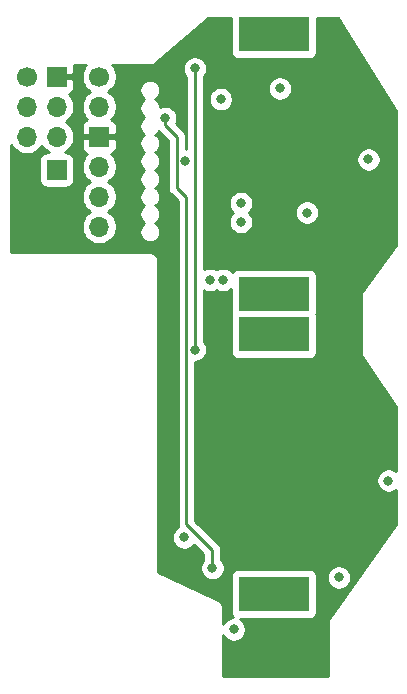
<source format=gbr>
G04 #@! TF.GenerationSoftware,KiCad,Pcbnew,(5.1.6)-1*
G04 #@! TF.CreationDate,2020-06-16T20:45:44-04:00*
G04 #@! TF.ProjectId,SRF Pendants,53524620-5065-46e6-9461-6e74732e6b69,rev?*
G04 #@! TF.SameCoordinates,Original*
G04 #@! TF.FileFunction,Copper,L3,Inr*
G04 #@! TF.FilePolarity,Positive*
%FSLAX46Y46*%
G04 Gerber Fmt 4.6, Leading zero omitted, Abs format (unit mm)*
G04 Created by KiCad (PCBNEW (5.1.6)-1) date 2020-06-16 20:45:44*
%MOMM*%
%LPD*%
G01*
G04 APERTURE LIST*
G04 #@! TA.AperFunction,ViaPad*
%ADD10R,6.000000X3.000000*%
G04 #@! TD*
G04 #@! TA.AperFunction,ViaPad*
%ADD11R,1.700000X1.700000*%
G04 #@! TD*
G04 #@! TA.AperFunction,ViaPad*
%ADD12C,1.700000*%
G04 #@! TD*
G04 #@! TA.AperFunction,ViaPad*
%ADD13O,1.700000X1.700000*%
G04 #@! TD*
G04 #@! TA.AperFunction,ViaPad*
%ADD14C,0.800000*%
G04 #@! TD*
G04 #@! TA.AperFunction,Conductor*
%ADD15C,0.250000*%
G04 #@! TD*
G04 #@! TA.AperFunction,Conductor*
%ADD16C,0.254000*%
G04 #@! TD*
G04 APERTURE END LIST*
D10*
X89500000Y-94500000D03*
X89500000Y-116500000D03*
X89500000Y-119900000D03*
X89500000Y-141900000D03*
D11*
X71100000Y-106000000D03*
D12*
X68580000Y-98100000D03*
D11*
X71120000Y-98100000D03*
D13*
X68580000Y-100640000D03*
X71120000Y-100640000D03*
X68580000Y-103180000D03*
X71120000Y-103180000D03*
D12*
X74700000Y-98100000D03*
D13*
X74700000Y-100640000D03*
D11*
X74700000Y-103180000D03*
D13*
X74700000Y-105720000D03*
X74700000Y-108260000D03*
X74700000Y-110800000D03*
D14*
X80700000Y-118100000D03*
X97500000Y-105100000D03*
X82000000Y-105250000D03*
X85000000Y-100000000D03*
X90000000Y-99100000D03*
X86700000Y-108800000D03*
X86700000Y-110400000D03*
X92300000Y-109600000D03*
X81900000Y-137100000D03*
X95000000Y-140500000D03*
X99200000Y-132300000D03*
X83000000Y-139700000D03*
X81000000Y-121200000D03*
X80300000Y-108700000D03*
X99200000Y-133700000D03*
X95000000Y-121000000D03*
X80300000Y-103800000D03*
X97800000Y-99700000D03*
X84100000Y-118100000D03*
X86100000Y-144900000D03*
X84300000Y-139700000D03*
X80300000Y-101600000D03*
X82800000Y-97400000D03*
X82800000Y-121200000D03*
X85200000Y-115300000D03*
X84100000Y-115300000D03*
D15*
X80300000Y-102200000D02*
X80300000Y-101600000D01*
X81274999Y-103174999D02*
X80300000Y-102200000D01*
X82100000Y-108326998D02*
X81274999Y-107501997D01*
X81274999Y-107501997D02*
X81274999Y-103174999D01*
X82100000Y-133200000D02*
X82100000Y-133100000D01*
X82100000Y-133100000D02*
X82100000Y-108326998D01*
X84300000Y-138200000D02*
X84300000Y-139700000D01*
X82100000Y-133100000D02*
X82100000Y-136000000D01*
X82100000Y-136000000D02*
X84300000Y-138200000D01*
X82825001Y-97425001D02*
X82800000Y-97400000D01*
X82800000Y-121200000D02*
X82800000Y-97400000D01*
D16*
G36*
X85861928Y-96000000D02*
G01*
X85874188Y-96124482D01*
X85910498Y-96244180D01*
X85969463Y-96354494D01*
X86048815Y-96451185D01*
X86145506Y-96530537D01*
X86255820Y-96589502D01*
X86375518Y-96625812D01*
X86500000Y-96638072D01*
X92500000Y-96638072D01*
X92624482Y-96625812D01*
X92744180Y-96589502D01*
X92854494Y-96530537D01*
X92951185Y-96451185D01*
X93030537Y-96354494D01*
X93089502Y-96244180D01*
X93125812Y-96124482D01*
X93138072Y-96000000D01*
X93138072Y-93160000D01*
X94950235Y-93160000D01*
X99873000Y-101036424D01*
X99873000Y-112358498D01*
X96897507Y-116425005D01*
X96884846Y-116446442D01*
X96876610Y-116469936D01*
X96873000Y-116500000D01*
X96873000Y-121600000D01*
X96875440Y-121624776D01*
X96882667Y-121648601D01*
X96895069Y-121671544D01*
X99873000Y-126039176D01*
X99873000Y-131509289D01*
X99859774Y-131496063D01*
X99690256Y-131382795D01*
X99501898Y-131304774D01*
X99301939Y-131265000D01*
X99098061Y-131265000D01*
X98898102Y-131304774D01*
X98709744Y-131382795D01*
X98540226Y-131496063D01*
X98396063Y-131640226D01*
X98282795Y-131809744D01*
X98204774Y-131998102D01*
X98165000Y-132198061D01*
X98165000Y-132401939D01*
X98204774Y-132601898D01*
X98282795Y-132790256D01*
X98396063Y-132959774D01*
X98540226Y-133103937D01*
X98709744Y-133217205D01*
X98898102Y-133295226D01*
X99098061Y-133335000D01*
X99301939Y-133335000D01*
X99501898Y-133295226D01*
X99690256Y-133217205D01*
X99859774Y-133103937D01*
X99873000Y-133090711D01*
X99873000Y-135959625D01*
X94096315Y-144126662D01*
X94084000Y-144148299D01*
X94076143Y-144171923D01*
X94073000Y-144200000D01*
X94073000Y-148840000D01*
X85160000Y-148840000D01*
X85160000Y-145335224D01*
X85182795Y-145390256D01*
X85296063Y-145559774D01*
X85440226Y-145703937D01*
X85609744Y-145817205D01*
X85798102Y-145895226D01*
X85998061Y-145935000D01*
X86201939Y-145935000D01*
X86401898Y-145895226D01*
X86590256Y-145817205D01*
X86759774Y-145703937D01*
X86903937Y-145559774D01*
X87017205Y-145390256D01*
X87095226Y-145201898D01*
X87135000Y-145001939D01*
X87135000Y-144798061D01*
X87095226Y-144598102D01*
X87017205Y-144409744D01*
X86903937Y-144240226D01*
X86759774Y-144096063D01*
X86672984Y-144038072D01*
X92500000Y-144038072D01*
X92624482Y-144025812D01*
X92744180Y-143989502D01*
X92854494Y-143930537D01*
X92951185Y-143851185D01*
X93030537Y-143754494D01*
X93089502Y-143644180D01*
X93125812Y-143524482D01*
X93138072Y-143400000D01*
X93138072Y-140400000D01*
X93137882Y-140398061D01*
X93965000Y-140398061D01*
X93965000Y-140601939D01*
X94004774Y-140801898D01*
X94082795Y-140990256D01*
X94196063Y-141159774D01*
X94340226Y-141303937D01*
X94509744Y-141417205D01*
X94698102Y-141495226D01*
X94898061Y-141535000D01*
X95101939Y-141535000D01*
X95301898Y-141495226D01*
X95490256Y-141417205D01*
X95659774Y-141303937D01*
X95803937Y-141159774D01*
X95917205Y-140990256D01*
X95995226Y-140801898D01*
X96035000Y-140601939D01*
X96035000Y-140398061D01*
X95995226Y-140198102D01*
X95917205Y-140009744D01*
X95803937Y-139840226D01*
X95659774Y-139696063D01*
X95490256Y-139582795D01*
X95301898Y-139504774D01*
X95101939Y-139465000D01*
X94898061Y-139465000D01*
X94698102Y-139504774D01*
X94509744Y-139582795D01*
X94340226Y-139696063D01*
X94196063Y-139840226D01*
X94082795Y-140009744D01*
X94004774Y-140198102D01*
X93965000Y-140398061D01*
X93137882Y-140398061D01*
X93125812Y-140275518D01*
X93089502Y-140155820D01*
X93030537Y-140045506D01*
X92951185Y-139948815D01*
X92854494Y-139869463D01*
X92744180Y-139810498D01*
X92624482Y-139774188D01*
X92500000Y-139761928D01*
X86500000Y-139761928D01*
X86375518Y-139774188D01*
X86255820Y-139810498D01*
X86145506Y-139869463D01*
X86048815Y-139948815D01*
X85969463Y-140045506D01*
X85910498Y-140155820D01*
X85874188Y-140275518D01*
X85861928Y-140400000D01*
X85861928Y-143400000D01*
X85874188Y-143524482D01*
X85910498Y-143644180D01*
X85969463Y-143754494D01*
X86048815Y-143851185D01*
X86065649Y-143865000D01*
X85998061Y-143865000D01*
X85798102Y-143904774D01*
X85609744Y-143982795D01*
X85440226Y-144096063D01*
X85296063Y-144240226D01*
X85182795Y-144409744D01*
X85160000Y-144464776D01*
X85160000Y-143043644D01*
X85162810Y-143022496D01*
X85160000Y-142978814D01*
X85160000Y-142967581D01*
X85157917Y-142946428D01*
X85154464Y-142892756D01*
X85151557Y-142881853D01*
X85150450Y-142870617D01*
X85134826Y-142819111D01*
X85127000Y-142789764D01*
X85127000Y-142700000D01*
X85124560Y-142675224D01*
X85117333Y-142651399D01*
X85105597Y-142629443D01*
X85089803Y-142610197D01*
X85070557Y-142594403D01*
X85051011Y-142583695D01*
X84993033Y-142558266D01*
X84984585Y-142547229D01*
X84976109Y-142539777D01*
X84968948Y-142531052D01*
X84927366Y-142496926D01*
X84886944Y-142461391D01*
X84877171Y-142455733D01*
X84868449Y-142448575D01*
X84821016Y-142423222D01*
X84802623Y-142412573D01*
X84792399Y-142407926D01*
X84753792Y-142387290D01*
X84733374Y-142381096D01*
X79660000Y-140075018D01*
X79660000Y-113632418D01*
X79663193Y-113600000D01*
X79650450Y-113470617D01*
X79612710Y-113346207D01*
X79551425Y-113231550D01*
X79526994Y-113201781D01*
X79526999Y-113200470D01*
X79524651Y-113175685D01*
X79517512Y-113151834D01*
X79505857Y-113129834D01*
X79490135Y-113110531D01*
X79470948Y-113094665D01*
X79449035Y-113082848D01*
X79425238Y-113075533D01*
X79400000Y-113073000D01*
X79398212Y-113073000D01*
X79368450Y-113048575D01*
X79253793Y-112987290D01*
X79129383Y-112949550D01*
X79032419Y-112940000D01*
X79000000Y-112936807D01*
X78967581Y-112940000D01*
X67260000Y-112940000D01*
X67260000Y-103873730D01*
X67264010Y-103883411D01*
X67426525Y-104126632D01*
X67633368Y-104333475D01*
X67876589Y-104495990D01*
X68146842Y-104607932D01*
X68433740Y-104665000D01*
X68726260Y-104665000D01*
X69013158Y-104607932D01*
X69283411Y-104495990D01*
X69526632Y-104333475D01*
X69733475Y-104126632D01*
X69850000Y-103952240D01*
X69966525Y-104126632D01*
X70173368Y-104333475D01*
X70416589Y-104495990D01*
X70455067Y-104511928D01*
X70250000Y-104511928D01*
X70125518Y-104524188D01*
X70005820Y-104560498D01*
X69895506Y-104619463D01*
X69798815Y-104698815D01*
X69719463Y-104795506D01*
X69660498Y-104905820D01*
X69624188Y-105025518D01*
X69611928Y-105150000D01*
X69611928Y-106850000D01*
X69624188Y-106974482D01*
X69660498Y-107094180D01*
X69719463Y-107204494D01*
X69798815Y-107301185D01*
X69895506Y-107380537D01*
X70005820Y-107439502D01*
X70125518Y-107475812D01*
X70250000Y-107488072D01*
X71950000Y-107488072D01*
X72074482Y-107475812D01*
X72194180Y-107439502D01*
X72304494Y-107380537D01*
X72401185Y-107301185D01*
X72480537Y-107204494D01*
X72539502Y-107094180D01*
X72575812Y-106974482D01*
X72588072Y-106850000D01*
X72588072Y-105150000D01*
X72575812Y-105025518D01*
X72539502Y-104905820D01*
X72480537Y-104795506D01*
X72401185Y-104698815D01*
X72304494Y-104619463D01*
X72194180Y-104560498D01*
X72074482Y-104524188D01*
X71950000Y-104511928D01*
X71784933Y-104511928D01*
X71823411Y-104495990D01*
X72066632Y-104333475D01*
X72273475Y-104126632D01*
X72338042Y-104030000D01*
X73211928Y-104030000D01*
X73224188Y-104154482D01*
X73260498Y-104274180D01*
X73319463Y-104384494D01*
X73398815Y-104481185D01*
X73495506Y-104560537D01*
X73605820Y-104619502D01*
X73678380Y-104641513D01*
X73546525Y-104773368D01*
X73384010Y-105016589D01*
X73272068Y-105286842D01*
X73215000Y-105573740D01*
X73215000Y-105866260D01*
X73272068Y-106153158D01*
X73384010Y-106423411D01*
X73546525Y-106666632D01*
X73753368Y-106873475D01*
X73927760Y-106990000D01*
X73753368Y-107106525D01*
X73546525Y-107313368D01*
X73384010Y-107556589D01*
X73272068Y-107826842D01*
X73215000Y-108113740D01*
X73215000Y-108406260D01*
X73272068Y-108693158D01*
X73384010Y-108963411D01*
X73546525Y-109206632D01*
X73753368Y-109413475D01*
X73927760Y-109530000D01*
X73753368Y-109646525D01*
X73546525Y-109853368D01*
X73384010Y-110096589D01*
X73272068Y-110366842D01*
X73215000Y-110653740D01*
X73215000Y-110946260D01*
X73272068Y-111233158D01*
X73384010Y-111503411D01*
X73546525Y-111746632D01*
X73753368Y-111953475D01*
X73996589Y-112115990D01*
X74266842Y-112227932D01*
X74553740Y-112285000D01*
X74846260Y-112285000D01*
X75133158Y-112227932D01*
X75403411Y-112115990D01*
X75646632Y-111953475D01*
X75853475Y-111746632D01*
X76015990Y-111503411D01*
X76127932Y-111233158D01*
X76185000Y-110946260D01*
X76185000Y-110653740D01*
X76127932Y-110366842D01*
X76015990Y-110096589D01*
X75853475Y-109853368D01*
X75646632Y-109646525D01*
X75472240Y-109530000D01*
X75646632Y-109413475D01*
X75853475Y-109206632D01*
X76015990Y-108963411D01*
X76127932Y-108693158D01*
X76185000Y-108406260D01*
X76185000Y-108113740D01*
X76127932Y-107826842D01*
X76015990Y-107556589D01*
X75853475Y-107313368D01*
X75646632Y-107106525D01*
X75472240Y-106990000D01*
X75646632Y-106873475D01*
X75853475Y-106666632D01*
X76015990Y-106423411D01*
X76127932Y-106153158D01*
X76185000Y-105866260D01*
X76185000Y-105573740D01*
X76127932Y-105286842D01*
X76015990Y-105016589D01*
X75853475Y-104773368D01*
X75721620Y-104641513D01*
X75794180Y-104619502D01*
X75904494Y-104560537D01*
X76001185Y-104481185D01*
X76080537Y-104384494D01*
X76139502Y-104274180D01*
X76175812Y-104154482D01*
X76188072Y-104030000D01*
X76185000Y-103465750D01*
X76026250Y-103307000D01*
X74827000Y-103307000D01*
X74827000Y-103327000D01*
X74573000Y-103327000D01*
X74573000Y-103307000D01*
X73373750Y-103307000D01*
X73215000Y-103465750D01*
X73211928Y-104030000D01*
X72338042Y-104030000D01*
X72435990Y-103883411D01*
X72547932Y-103613158D01*
X72605000Y-103326260D01*
X72605000Y-103033740D01*
X72547932Y-102746842D01*
X72435990Y-102476589D01*
X72273475Y-102233368D01*
X72066632Y-102026525D01*
X71892240Y-101910000D01*
X72066632Y-101793475D01*
X72273475Y-101586632D01*
X72435990Y-101343411D01*
X72547932Y-101073158D01*
X72605000Y-100786260D01*
X72605000Y-100493740D01*
X72547932Y-100206842D01*
X72435990Y-99936589D01*
X72273475Y-99693368D01*
X72141620Y-99561513D01*
X72214180Y-99539502D01*
X72324494Y-99480537D01*
X72421185Y-99401185D01*
X72500537Y-99304494D01*
X72559502Y-99194180D01*
X72595812Y-99074482D01*
X72608072Y-98950000D01*
X72605000Y-98385750D01*
X72446250Y-98227000D01*
X71247000Y-98227000D01*
X71247000Y-98247000D01*
X70993000Y-98247000D01*
X70993000Y-98227000D01*
X70973000Y-98227000D01*
X70973000Y-97973000D01*
X70993000Y-97973000D01*
X70993000Y-97953000D01*
X71247000Y-97953000D01*
X71247000Y-97973000D01*
X72446250Y-97973000D01*
X72605000Y-97814250D01*
X72608072Y-97250000D01*
X72595958Y-97127000D01*
X73572893Y-97127000D01*
X73546525Y-97153368D01*
X73384010Y-97396589D01*
X73272068Y-97666842D01*
X73215000Y-97953740D01*
X73215000Y-98246260D01*
X73272068Y-98533158D01*
X73384010Y-98803411D01*
X73546525Y-99046632D01*
X73753368Y-99253475D01*
X73927760Y-99370000D01*
X73753368Y-99486525D01*
X73546525Y-99693368D01*
X73384010Y-99936589D01*
X73272068Y-100206842D01*
X73215000Y-100493740D01*
X73215000Y-100786260D01*
X73272068Y-101073158D01*
X73384010Y-101343411D01*
X73546525Y-101586632D01*
X73678380Y-101718487D01*
X73605820Y-101740498D01*
X73495506Y-101799463D01*
X73398815Y-101878815D01*
X73319463Y-101975506D01*
X73260498Y-102085820D01*
X73224188Y-102205518D01*
X73211928Y-102330000D01*
X73215000Y-102894250D01*
X73373750Y-103053000D01*
X74573000Y-103053000D01*
X74573000Y-103033000D01*
X74827000Y-103033000D01*
X74827000Y-103053000D01*
X76026250Y-103053000D01*
X76185000Y-102894250D01*
X76188072Y-102330000D01*
X76175812Y-102205518D01*
X76139502Y-102085820D01*
X76080537Y-101975506D01*
X76001185Y-101878815D01*
X75904494Y-101799463D01*
X75794180Y-101740498D01*
X75721620Y-101718487D01*
X75853475Y-101586632D01*
X76015990Y-101343411D01*
X76127932Y-101073158D01*
X76185000Y-100786260D01*
X76185000Y-100493740D01*
X76127932Y-100206842D01*
X76015990Y-99936589D01*
X75853475Y-99693368D01*
X75646632Y-99486525D01*
X75472240Y-99370000D01*
X75646632Y-99253475D01*
X75737272Y-99162835D01*
X78115000Y-99162835D01*
X78115000Y-99337165D01*
X78149010Y-99508145D01*
X78215723Y-99669205D01*
X78312576Y-99814155D01*
X78435845Y-99937424D01*
X78529496Y-100000000D01*
X78435845Y-100062576D01*
X78312576Y-100185845D01*
X78215723Y-100330795D01*
X78149010Y-100491855D01*
X78115000Y-100662835D01*
X78115000Y-100837165D01*
X78149010Y-101008145D01*
X78215723Y-101169205D01*
X78312576Y-101314155D01*
X78435845Y-101437424D01*
X78529496Y-101500000D01*
X78435845Y-101562576D01*
X78312576Y-101685845D01*
X78215723Y-101830795D01*
X78149010Y-101991855D01*
X78115000Y-102162835D01*
X78115000Y-102337165D01*
X78149010Y-102508145D01*
X78215723Y-102669205D01*
X78312576Y-102814155D01*
X78435845Y-102937424D01*
X78529496Y-103000000D01*
X78435845Y-103062576D01*
X78312576Y-103185845D01*
X78215723Y-103330795D01*
X78149010Y-103491855D01*
X78115000Y-103662835D01*
X78115000Y-103837165D01*
X78149010Y-104008145D01*
X78215723Y-104169205D01*
X78312576Y-104314155D01*
X78435845Y-104437424D01*
X78529496Y-104500000D01*
X78435845Y-104562576D01*
X78312576Y-104685845D01*
X78215723Y-104830795D01*
X78149010Y-104991855D01*
X78115000Y-105162835D01*
X78115000Y-105337165D01*
X78149010Y-105508145D01*
X78215723Y-105669205D01*
X78312576Y-105814155D01*
X78435845Y-105937424D01*
X78529496Y-106000000D01*
X78435845Y-106062576D01*
X78312576Y-106185845D01*
X78215723Y-106330795D01*
X78149010Y-106491855D01*
X78115000Y-106662835D01*
X78115000Y-106837165D01*
X78149010Y-107008145D01*
X78215723Y-107169205D01*
X78312576Y-107314155D01*
X78435845Y-107437424D01*
X78529496Y-107500000D01*
X78435845Y-107562576D01*
X78312576Y-107685845D01*
X78215723Y-107830795D01*
X78149010Y-107991855D01*
X78115000Y-108162835D01*
X78115000Y-108337165D01*
X78149010Y-108508145D01*
X78215723Y-108669205D01*
X78312576Y-108814155D01*
X78435845Y-108937424D01*
X78529496Y-109000000D01*
X78435845Y-109062576D01*
X78312576Y-109185845D01*
X78215723Y-109330795D01*
X78149010Y-109491855D01*
X78115000Y-109662835D01*
X78115000Y-109837165D01*
X78149010Y-110008145D01*
X78215723Y-110169205D01*
X78312576Y-110314155D01*
X78435845Y-110437424D01*
X78529496Y-110500000D01*
X78435845Y-110562576D01*
X78312576Y-110685845D01*
X78215723Y-110830795D01*
X78149010Y-110991855D01*
X78115000Y-111162835D01*
X78115000Y-111337165D01*
X78149010Y-111508145D01*
X78215723Y-111669205D01*
X78312576Y-111814155D01*
X78435845Y-111937424D01*
X78580795Y-112034277D01*
X78741855Y-112100990D01*
X78912835Y-112135000D01*
X79087165Y-112135000D01*
X79258145Y-112100990D01*
X79419205Y-112034277D01*
X79564155Y-111937424D01*
X79687424Y-111814155D01*
X79784277Y-111669205D01*
X79850990Y-111508145D01*
X79885000Y-111337165D01*
X79885000Y-111162835D01*
X79850990Y-110991855D01*
X79784277Y-110830795D01*
X79687424Y-110685845D01*
X79564155Y-110562576D01*
X79470504Y-110500000D01*
X79564155Y-110437424D01*
X79687424Y-110314155D01*
X79784277Y-110169205D01*
X79850990Y-110008145D01*
X79885000Y-109837165D01*
X79885000Y-109662835D01*
X79850990Y-109491855D01*
X79784277Y-109330795D01*
X79687424Y-109185845D01*
X79564155Y-109062576D01*
X79470504Y-109000000D01*
X79564155Y-108937424D01*
X79687424Y-108814155D01*
X79784277Y-108669205D01*
X79850990Y-108508145D01*
X79885000Y-108337165D01*
X79885000Y-108162835D01*
X79850990Y-107991855D01*
X79784277Y-107830795D01*
X79687424Y-107685845D01*
X79564155Y-107562576D01*
X79470504Y-107500000D01*
X79564155Y-107437424D01*
X79687424Y-107314155D01*
X79784277Y-107169205D01*
X79850990Y-107008145D01*
X79885000Y-106837165D01*
X79885000Y-106662835D01*
X79850990Y-106491855D01*
X79784277Y-106330795D01*
X79687424Y-106185845D01*
X79564155Y-106062576D01*
X79470504Y-106000000D01*
X79564155Y-105937424D01*
X79687424Y-105814155D01*
X79784277Y-105669205D01*
X79850990Y-105508145D01*
X79885000Y-105337165D01*
X79885000Y-105162835D01*
X79850990Y-104991855D01*
X79784277Y-104830795D01*
X79687424Y-104685845D01*
X79564155Y-104562576D01*
X79470504Y-104500000D01*
X79564155Y-104437424D01*
X79687424Y-104314155D01*
X79784277Y-104169205D01*
X79850990Y-104008145D01*
X79885000Y-103837165D01*
X79885000Y-103662835D01*
X79850990Y-103491855D01*
X79784277Y-103330795D01*
X79687424Y-103185845D01*
X79564155Y-103062576D01*
X79470504Y-103000000D01*
X79564155Y-102937424D01*
X79687424Y-102814155D01*
X79747306Y-102724535D01*
X79759999Y-102740001D01*
X79789002Y-102763804D01*
X80515000Y-103489802D01*
X80514999Y-107464674D01*
X80511323Y-107501997D01*
X80514999Y-107539319D01*
X80514999Y-107539329D01*
X80525996Y-107650982D01*
X80567255Y-107786997D01*
X80569453Y-107794243D01*
X80640025Y-107926273D01*
X80679870Y-107974823D01*
X80734998Y-108041998D01*
X80764001Y-108065800D01*
X81340001Y-108641801D01*
X81340000Y-133062667D01*
X81340000Y-133062668D01*
X81340001Y-135962668D01*
X81336324Y-136000000D01*
X81340001Y-136037333D01*
X81346644Y-136104774D01*
X81350998Y-136148985D01*
X81369426Y-136209735D01*
X81240226Y-136296063D01*
X81096063Y-136440226D01*
X80982795Y-136609744D01*
X80904774Y-136798102D01*
X80865000Y-136998061D01*
X80865000Y-137201939D01*
X80904774Y-137401898D01*
X80982795Y-137590256D01*
X81096063Y-137759774D01*
X81240226Y-137903937D01*
X81409744Y-138017205D01*
X81598102Y-138095226D01*
X81798061Y-138135000D01*
X82001939Y-138135000D01*
X82201898Y-138095226D01*
X82390256Y-138017205D01*
X82559774Y-137903937D01*
X82703937Y-137759774D01*
X82736395Y-137711197D01*
X83540000Y-138514802D01*
X83540001Y-138996288D01*
X83496063Y-139040226D01*
X83382795Y-139209744D01*
X83304774Y-139398102D01*
X83265000Y-139598061D01*
X83265000Y-139801939D01*
X83304774Y-140001898D01*
X83382795Y-140190256D01*
X83496063Y-140359774D01*
X83640226Y-140503937D01*
X83809744Y-140617205D01*
X83998102Y-140695226D01*
X84198061Y-140735000D01*
X84401939Y-140735000D01*
X84601898Y-140695226D01*
X84790256Y-140617205D01*
X84959774Y-140503937D01*
X85103937Y-140359774D01*
X85217205Y-140190256D01*
X85295226Y-140001898D01*
X85335000Y-139801939D01*
X85335000Y-139598061D01*
X85295226Y-139398102D01*
X85217205Y-139209744D01*
X85103937Y-139040226D01*
X85060000Y-138996289D01*
X85060000Y-138237323D01*
X85063676Y-138200000D01*
X85060000Y-138162677D01*
X85060000Y-138162667D01*
X85049003Y-138051014D01*
X85005546Y-137907753D01*
X84934974Y-137775724D01*
X84840001Y-137659999D01*
X84811004Y-137636202D01*
X82860000Y-135685199D01*
X82860000Y-122235000D01*
X82901939Y-122235000D01*
X83101898Y-122195226D01*
X83290256Y-122117205D01*
X83459774Y-122003937D01*
X83603937Y-121859774D01*
X83717205Y-121690256D01*
X83795226Y-121501898D01*
X83835000Y-121301939D01*
X83835000Y-121098061D01*
X83795226Y-120898102D01*
X83717205Y-120709744D01*
X83603937Y-120540226D01*
X83560000Y-120496289D01*
X83560000Y-116183967D01*
X83609744Y-116217205D01*
X83798102Y-116295226D01*
X83998061Y-116335000D01*
X84201939Y-116335000D01*
X84401898Y-116295226D01*
X84590256Y-116217205D01*
X84650000Y-116177285D01*
X84709744Y-116217205D01*
X84898102Y-116295226D01*
X85098061Y-116335000D01*
X85301939Y-116335000D01*
X85501898Y-116295226D01*
X85690256Y-116217205D01*
X85859774Y-116103937D01*
X85861928Y-116101783D01*
X85861928Y-118000000D01*
X85874188Y-118124482D01*
X85897096Y-118200000D01*
X85874188Y-118275518D01*
X85861928Y-118400000D01*
X85861928Y-121400000D01*
X85874188Y-121524482D01*
X85910498Y-121644180D01*
X85969463Y-121754494D01*
X86048815Y-121851185D01*
X86145506Y-121930537D01*
X86255820Y-121989502D01*
X86375518Y-122025812D01*
X86500000Y-122038072D01*
X92500000Y-122038072D01*
X92624482Y-122025812D01*
X92744180Y-121989502D01*
X92854494Y-121930537D01*
X92951185Y-121851185D01*
X93030537Y-121754494D01*
X93089502Y-121644180D01*
X93125812Y-121524482D01*
X93138072Y-121400000D01*
X93138072Y-118400000D01*
X93125812Y-118275518D01*
X93102904Y-118200000D01*
X93125812Y-118124482D01*
X93138072Y-118000000D01*
X93138072Y-115000000D01*
X93125812Y-114875518D01*
X93089502Y-114755820D01*
X93030537Y-114645506D01*
X92951185Y-114548815D01*
X92854494Y-114469463D01*
X92744180Y-114410498D01*
X92624482Y-114374188D01*
X92500000Y-114361928D01*
X86500000Y-114361928D01*
X86375518Y-114374188D01*
X86255820Y-114410498D01*
X86145506Y-114469463D01*
X86048815Y-114548815D01*
X85987382Y-114623671D01*
X85859774Y-114496063D01*
X85690256Y-114382795D01*
X85501898Y-114304774D01*
X85301939Y-114265000D01*
X85098061Y-114265000D01*
X84898102Y-114304774D01*
X84709744Y-114382795D01*
X84650000Y-114422715D01*
X84590256Y-114382795D01*
X84401898Y-114304774D01*
X84201939Y-114265000D01*
X83998061Y-114265000D01*
X83798102Y-114304774D01*
X83609744Y-114382795D01*
X83560000Y-114416033D01*
X83560000Y-108698061D01*
X85665000Y-108698061D01*
X85665000Y-108901939D01*
X85704774Y-109101898D01*
X85782795Y-109290256D01*
X85896063Y-109459774D01*
X86036289Y-109600000D01*
X85896063Y-109740226D01*
X85782795Y-109909744D01*
X85704774Y-110098102D01*
X85665000Y-110298061D01*
X85665000Y-110501939D01*
X85704774Y-110701898D01*
X85782795Y-110890256D01*
X85896063Y-111059774D01*
X86040226Y-111203937D01*
X86209744Y-111317205D01*
X86398102Y-111395226D01*
X86598061Y-111435000D01*
X86801939Y-111435000D01*
X87001898Y-111395226D01*
X87190256Y-111317205D01*
X87359774Y-111203937D01*
X87503937Y-111059774D01*
X87617205Y-110890256D01*
X87695226Y-110701898D01*
X87735000Y-110501939D01*
X87735000Y-110298061D01*
X87695226Y-110098102D01*
X87617205Y-109909744D01*
X87503937Y-109740226D01*
X87363711Y-109600000D01*
X87465650Y-109498061D01*
X91265000Y-109498061D01*
X91265000Y-109701939D01*
X91304774Y-109901898D01*
X91382795Y-110090256D01*
X91496063Y-110259774D01*
X91640226Y-110403937D01*
X91809744Y-110517205D01*
X91998102Y-110595226D01*
X92198061Y-110635000D01*
X92401939Y-110635000D01*
X92601898Y-110595226D01*
X92790256Y-110517205D01*
X92959774Y-110403937D01*
X93103937Y-110259774D01*
X93217205Y-110090256D01*
X93295226Y-109901898D01*
X93335000Y-109701939D01*
X93335000Y-109498061D01*
X93295226Y-109298102D01*
X93217205Y-109109744D01*
X93103937Y-108940226D01*
X92959774Y-108796063D01*
X92790256Y-108682795D01*
X92601898Y-108604774D01*
X92401939Y-108565000D01*
X92198061Y-108565000D01*
X91998102Y-108604774D01*
X91809744Y-108682795D01*
X91640226Y-108796063D01*
X91496063Y-108940226D01*
X91382795Y-109109744D01*
X91304774Y-109298102D01*
X91265000Y-109498061D01*
X87465650Y-109498061D01*
X87503937Y-109459774D01*
X87617205Y-109290256D01*
X87695226Y-109101898D01*
X87735000Y-108901939D01*
X87735000Y-108698061D01*
X87695226Y-108498102D01*
X87617205Y-108309744D01*
X87503937Y-108140226D01*
X87359774Y-107996063D01*
X87190256Y-107882795D01*
X87001898Y-107804774D01*
X86801939Y-107765000D01*
X86598061Y-107765000D01*
X86398102Y-107804774D01*
X86209744Y-107882795D01*
X86040226Y-107996063D01*
X85896063Y-108140226D01*
X85782795Y-108309744D01*
X85704774Y-108498102D01*
X85665000Y-108698061D01*
X83560000Y-108698061D01*
X83560000Y-104998061D01*
X96465000Y-104998061D01*
X96465000Y-105201939D01*
X96504774Y-105401898D01*
X96582795Y-105590256D01*
X96696063Y-105759774D01*
X96840226Y-105903937D01*
X97009744Y-106017205D01*
X97198102Y-106095226D01*
X97398061Y-106135000D01*
X97601939Y-106135000D01*
X97801898Y-106095226D01*
X97990256Y-106017205D01*
X98159774Y-105903937D01*
X98303937Y-105759774D01*
X98417205Y-105590256D01*
X98495226Y-105401898D01*
X98535000Y-105201939D01*
X98535000Y-104998061D01*
X98495226Y-104798102D01*
X98417205Y-104609744D01*
X98303937Y-104440226D01*
X98159774Y-104296063D01*
X97990256Y-104182795D01*
X97801898Y-104104774D01*
X97601939Y-104065000D01*
X97398061Y-104065000D01*
X97198102Y-104104774D01*
X97009744Y-104182795D01*
X96840226Y-104296063D01*
X96696063Y-104440226D01*
X96582795Y-104609744D01*
X96504774Y-104798102D01*
X96465000Y-104998061D01*
X83560000Y-104998061D01*
X83560000Y-99898061D01*
X83965000Y-99898061D01*
X83965000Y-100101939D01*
X84004774Y-100301898D01*
X84082795Y-100490256D01*
X84196063Y-100659774D01*
X84340226Y-100803937D01*
X84509744Y-100917205D01*
X84698102Y-100995226D01*
X84898061Y-101035000D01*
X85101939Y-101035000D01*
X85301898Y-100995226D01*
X85490256Y-100917205D01*
X85659774Y-100803937D01*
X85803937Y-100659774D01*
X85917205Y-100490256D01*
X85995226Y-100301898D01*
X86035000Y-100101939D01*
X86035000Y-99898061D01*
X85995226Y-99698102D01*
X85917205Y-99509744D01*
X85803937Y-99340226D01*
X85659774Y-99196063D01*
X85490256Y-99082795D01*
X85301898Y-99004774D01*
X85268150Y-98998061D01*
X88965000Y-98998061D01*
X88965000Y-99201939D01*
X89004774Y-99401898D01*
X89082795Y-99590256D01*
X89196063Y-99759774D01*
X89340226Y-99903937D01*
X89509744Y-100017205D01*
X89698102Y-100095226D01*
X89898061Y-100135000D01*
X90101939Y-100135000D01*
X90301898Y-100095226D01*
X90490256Y-100017205D01*
X90659774Y-99903937D01*
X90803937Y-99759774D01*
X90917205Y-99590256D01*
X90995226Y-99401898D01*
X91035000Y-99201939D01*
X91035000Y-98998061D01*
X90995226Y-98798102D01*
X90917205Y-98609744D01*
X90803937Y-98440226D01*
X90659774Y-98296063D01*
X90490256Y-98182795D01*
X90301898Y-98104774D01*
X90101939Y-98065000D01*
X89898061Y-98065000D01*
X89698102Y-98104774D01*
X89509744Y-98182795D01*
X89340226Y-98296063D01*
X89196063Y-98440226D01*
X89082795Y-98609744D01*
X89004774Y-98798102D01*
X88965000Y-98998061D01*
X85268150Y-98998061D01*
X85101939Y-98965000D01*
X84898061Y-98965000D01*
X84698102Y-99004774D01*
X84509744Y-99082795D01*
X84340226Y-99196063D01*
X84196063Y-99340226D01*
X84082795Y-99509744D01*
X84004774Y-99698102D01*
X83965000Y-99898061D01*
X83560000Y-99898061D01*
X83560000Y-98103711D01*
X83603937Y-98059774D01*
X83717205Y-97890256D01*
X83795226Y-97701898D01*
X83835000Y-97501939D01*
X83835000Y-97298061D01*
X83795226Y-97098102D01*
X83717205Y-96909744D01*
X83603937Y-96740226D01*
X83459774Y-96596063D01*
X83290256Y-96482795D01*
X83101898Y-96404774D01*
X82901939Y-96365000D01*
X82698061Y-96365000D01*
X82498102Y-96404774D01*
X82309744Y-96482795D01*
X82140226Y-96596063D01*
X81996063Y-96740226D01*
X81882795Y-96909744D01*
X81804774Y-97098102D01*
X81765000Y-97298061D01*
X81765000Y-97501939D01*
X81804774Y-97701898D01*
X81882795Y-97890256D01*
X81996063Y-98059774D01*
X82040001Y-98103712D01*
X82040001Y-104215000D01*
X82034999Y-104215000D01*
X82034999Y-103212322D01*
X82038675Y-103174999D01*
X82034999Y-103137676D01*
X82034999Y-103137666D01*
X82024002Y-103026013D01*
X81980545Y-102882752D01*
X81909973Y-102750723D01*
X81815000Y-102634998D01*
X81786002Y-102611200D01*
X81231221Y-102056419D01*
X81295226Y-101901898D01*
X81335000Y-101701939D01*
X81335000Y-101498061D01*
X81295226Y-101298102D01*
X81217205Y-101109744D01*
X81103937Y-100940226D01*
X80959774Y-100796063D01*
X80790256Y-100682795D01*
X80601898Y-100604774D01*
X80401939Y-100565000D01*
X80198061Y-100565000D01*
X79998102Y-100604774D01*
X79882940Y-100652476D01*
X79850990Y-100491855D01*
X79784277Y-100330795D01*
X79687424Y-100185845D01*
X79564155Y-100062576D01*
X79470504Y-100000000D01*
X79564155Y-99937424D01*
X79687424Y-99814155D01*
X79784277Y-99669205D01*
X79850990Y-99508145D01*
X79885000Y-99337165D01*
X79885000Y-99162835D01*
X79850990Y-98991855D01*
X79784277Y-98830795D01*
X79687424Y-98685845D01*
X79564155Y-98562576D01*
X79419205Y-98465723D01*
X79258145Y-98399010D01*
X79087165Y-98365000D01*
X78912835Y-98365000D01*
X78741855Y-98399010D01*
X78580795Y-98465723D01*
X78435845Y-98562576D01*
X78312576Y-98685845D01*
X78215723Y-98830795D01*
X78149010Y-98991855D01*
X78115000Y-99162835D01*
X75737272Y-99162835D01*
X75853475Y-99046632D01*
X76015990Y-98803411D01*
X76127932Y-98533158D01*
X76185000Y-98246260D01*
X76185000Y-97953740D01*
X76127932Y-97666842D01*
X76015990Y-97396589D01*
X75853475Y-97153368D01*
X75827107Y-97127000D01*
X79200000Y-97127000D01*
X79224776Y-97124560D01*
X79248601Y-97117333D01*
X79270557Y-97105597D01*
X79282311Y-97096716D01*
X82729428Y-94162999D01*
X83938171Y-93160000D01*
X85861928Y-93160000D01*
X85861928Y-96000000D01*
G37*
X85861928Y-96000000D02*
X85874188Y-96124482D01*
X85910498Y-96244180D01*
X85969463Y-96354494D01*
X86048815Y-96451185D01*
X86145506Y-96530537D01*
X86255820Y-96589502D01*
X86375518Y-96625812D01*
X86500000Y-96638072D01*
X92500000Y-96638072D01*
X92624482Y-96625812D01*
X92744180Y-96589502D01*
X92854494Y-96530537D01*
X92951185Y-96451185D01*
X93030537Y-96354494D01*
X93089502Y-96244180D01*
X93125812Y-96124482D01*
X93138072Y-96000000D01*
X93138072Y-93160000D01*
X94950235Y-93160000D01*
X99873000Y-101036424D01*
X99873000Y-112358498D01*
X96897507Y-116425005D01*
X96884846Y-116446442D01*
X96876610Y-116469936D01*
X96873000Y-116500000D01*
X96873000Y-121600000D01*
X96875440Y-121624776D01*
X96882667Y-121648601D01*
X96895069Y-121671544D01*
X99873000Y-126039176D01*
X99873000Y-131509289D01*
X99859774Y-131496063D01*
X99690256Y-131382795D01*
X99501898Y-131304774D01*
X99301939Y-131265000D01*
X99098061Y-131265000D01*
X98898102Y-131304774D01*
X98709744Y-131382795D01*
X98540226Y-131496063D01*
X98396063Y-131640226D01*
X98282795Y-131809744D01*
X98204774Y-131998102D01*
X98165000Y-132198061D01*
X98165000Y-132401939D01*
X98204774Y-132601898D01*
X98282795Y-132790256D01*
X98396063Y-132959774D01*
X98540226Y-133103937D01*
X98709744Y-133217205D01*
X98898102Y-133295226D01*
X99098061Y-133335000D01*
X99301939Y-133335000D01*
X99501898Y-133295226D01*
X99690256Y-133217205D01*
X99859774Y-133103937D01*
X99873000Y-133090711D01*
X99873000Y-135959625D01*
X94096315Y-144126662D01*
X94084000Y-144148299D01*
X94076143Y-144171923D01*
X94073000Y-144200000D01*
X94073000Y-148840000D01*
X85160000Y-148840000D01*
X85160000Y-145335224D01*
X85182795Y-145390256D01*
X85296063Y-145559774D01*
X85440226Y-145703937D01*
X85609744Y-145817205D01*
X85798102Y-145895226D01*
X85998061Y-145935000D01*
X86201939Y-145935000D01*
X86401898Y-145895226D01*
X86590256Y-145817205D01*
X86759774Y-145703937D01*
X86903937Y-145559774D01*
X87017205Y-145390256D01*
X87095226Y-145201898D01*
X87135000Y-145001939D01*
X87135000Y-144798061D01*
X87095226Y-144598102D01*
X87017205Y-144409744D01*
X86903937Y-144240226D01*
X86759774Y-144096063D01*
X86672984Y-144038072D01*
X92500000Y-144038072D01*
X92624482Y-144025812D01*
X92744180Y-143989502D01*
X92854494Y-143930537D01*
X92951185Y-143851185D01*
X93030537Y-143754494D01*
X93089502Y-143644180D01*
X93125812Y-143524482D01*
X93138072Y-143400000D01*
X93138072Y-140400000D01*
X93137882Y-140398061D01*
X93965000Y-140398061D01*
X93965000Y-140601939D01*
X94004774Y-140801898D01*
X94082795Y-140990256D01*
X94196063Y-141159774D01*
X94340226Y-141303937D01*
X94509744Y-141417205D01*
X94698102Y-141495226D01*
X94898061Y-141535000D01*
X95101939Y-141535000D01*
X95301898Y-141495226D01*
X95490256Y-141417205D01*
X95659774Y-141303937D01*
X95803937Y-141159774D01*
X95917205Y-140990256D01*
X95995226Y-140801898D01*
X96035000Y-140601939D01*
X96035000Y-140398061D01*
X95995226Y-140198102D01*
X95917205Y-140009744D01*
X95803937Y-139840226D01*
X95659774Y-139696063D01*
X95490256Y-139582795D01*
X95301898Y-139504774D01*
X95101939Y-139465000D01*
X94898061Y-139465000D01*
X94698102Y-139504774D01*
X94509744Y-139582795D01*
X94340226Y-139696063D01*
X94196063Y-139840226D01*
X94082795Y-140009744D01*
X94004774Y-140198102D01*
X93965000Y-140398061D01*
X93137882Y-140398061D01*
X93125812Y-140275518D01*
X93089502Y-140155820D01*
X93030537Y-140045506D01*
X92951185Y-139948815D01*
X92854494Y-139869463D01*
X92744180Y-139810498D01*
X92624482Y-139774188D01*
X92500000Y-139761928D01*
X86500000Y-139761928D01*
X86375518Y-139774188D01*
X86255820Y-139810498D01*
X86145506Y-139869463D01*
X86048815Y-139948815D01*
X85969463Y-140045506D01*
X85910498Y-140155820D01*
X85874188Y-140275518D01*
X85861928Y-140400000D01*
X85861928Y-143400000D01*
X85874188Y-143524482D01*
X85910498Y-143644180D01*
X85969463Y-143754494D01*
X86048815Y-143851185D01*
X86065649Y-143865000D01*
X85998061Y-143865000D01*
X85798102Y-143904774D01*
X85609744Y-143982795D01*
X85440226Y-144096063D01*
X85296063Y-144240226D01*
X85182795Y-144409744D01*
X85160000Y-144464776D01*
X85160000Y-143043644D01*
X85162810Y-143022496D01*
X85160000Y-142978814D01*
X85160000Y-142967581D01*
X85157917Y-142946428D01*
X85154464Y-142892756D01*
X85151557Y-142881853D01*
X85150450Y-142870617D01*
X85134826Y-142819111D01*
X85127000Y-142789764D01*
X85127000Y-142700000D01*
X85124560Y-142675224D01*
X85117333Y-142651399D01*
X85105597Y-142629443D01*
X85089803Y-142610197D01*
X85070557Y-142594403D01*
X85051011Y-142583695D01*
X84993033Y-142558266D01*
X84984585Y-142547229D01*
X84976109Y-142539777D01*
X84968948Y-142531052D01*
X84927366Y-142496926D01*
X84886944Y-142461391D01*
X84877171Y-142455733D01*
X84868449Y-142448575D01*
X84821016Y-142423222D01*
X84802623Y-142412573D01*
X84792399Y-142407926D01*
X84753792Y-142387290D01*
X84733374Y-142381096D01*
X79660000Y-140075018D01*
X79660000Y-113632418D01*
X79663193Y-113600000D01*
X79650450Y-113470617D01*
X79612710Y-113346207D01*
X79551425Y-113231550D01*
X79526994Y-113201781D01*
X79526999Y-113200470D01*
X79524651Y-113175685D01*
X79517512Y-113151834D01*
X79505857Y-113129834D01*
X79490135Y-113110531D01*
X79470948Y-113094665D01*
X79449035Y-113082848D01*
X79425238Y-113075533D01*
X79400000Y-113073000D01*
X79398212Y-113073000D01*
X79368450Y-113048575D01*
X79253793Y-112987290D01*
X79129383Y-112949550D01*
X79032419Y-112940000D01*
X79000000Y-112936807D01*
X78967581Y-112940000D01*
X67260000Y-112940000D01*
X67260000Y-103873730D01*
X67264010Y-103883411D01*
X67426525Y-104126632D01*
X67633368Y-104333475D01*
X67876589Y-104495990D01*
X68146842Y-104607932D01*
X68433740Y-104665000D01*
X68726260Y-104665000D01*
X69013158Y-104607932D01*
X69283411Y-104495990D01*
X69526632Y-104333475D01*
X69733475Y-104126632D01*
X69850000Y-103952240D01*
X69966525Y-104126632D01*
X70173368Y-104333475D01*
X70416589Y-104495990D01*
X70455067Y-104511928D01*
X70250000Y-104511928D01*
X70125518Y-104524188D01*
X70005820Y-104560498D01*
X69895506Y-104619463D01*
X69798815Y-104698815D01*
X69719463Y-104795506D01*
X69660498Y-104905820D01*
X69624188Y-105025518D01*
X69611928Y-105150000D01*
X69611928Y-106850000D01*
X69624188Y-106974482D01*
X69660498Y-107094180D01*
X69719463Y-107204494D01*
X69798815Y-107301185D01*
X69895506Y-107380537D01*
X70005820Y-107439502D01*
X70125518Y-107475812D01*
X70250000Y-107488072D01*
X71950000Y-107488072D01*
X72074482Y-107475812D01*
X72194180Y-107439502D01*
X72304494Y-107380537D01*
X72401185Y-107301185D01*
X72480537Y-107204494D01*
X72539502Y-107094180D01*
X72575812Y-106974482D01*
X72588072Y-106850000D01*
X72588072Y-105150000D01*
X72575812Y-105025518D01*
X72539502Y-104905820D01*
X72480537Y-104795506D01*
X72401185Y-104698815D01*
X72304494Y-104619463D01*
X72194180Y-104560498D01*
X72074482Y-104524188D01*
X71950000Y-104511928D01*
X71784933Y-104511928D01*
X71823411Y-104495990D01*
X72066632Y-104333475D01*
X72273475Y-104126632D01*
X72338042Y-104030000D01*
X73211928Y-104030000D01*
X73224188Y-104154482D01*
X73260498Y-104274180D01*
X73319463Y-104384494D01*
X73398815Y-104481185D01*
X73495506Y-104560537D01*
X73605820Y-104619502D01*
X73678380Y-104641513D01*
X73546525Y-104773368D01*
X73384010Y-105016589D01*
X73272068Y-105286842D01*
X73215000Y-105573740D01*
X73215000Y-105866260D01*
X73272068Y-106153158D01*
X73384010Y-106423411D01*
X73546525Y-106666632D01*
X73753368Y-106873475D01*
X73927760Y-106990000D01*
X73753368Y-107106525D01*
X73546525Y-107313368D01*
X73384010Y-107556589D01*
X73272068Y-107826842D01*
X73215000Y-108113740D01*
X73215000Y-108406260D01*
X73272068Y-108693158D01*
X73384010Y-108963411D01*
X73546525Y-109206632D01*
X73753368Y-109413475D01*
X73927760Y-109530000D01*
X73753368Y-109646525D01*
X73546525Y-109853368D01*
X73384010Y-110096589D01*
X73272068Y-110366842D01*
X73215000Y-110653740D01*
X73215000Y-110946260D01*
X73272068Y-111233158D01*
X73384010Y-111503411D01*
X73546525Y-111746632D01*
X73753368Y-111953475D01*
X73996589Y-112115990D01*
X74266842Y-112227932D01*
X74553740Y-112285000D01*
X74846260Y-112285000D01*
X75133158Y-112227932D01*
X75403411Y-112115990D01*
X75646632Y-111953475D01*
X75853475Y-111746632D01*
X76015990Y-111503411D01*
X76127932Y-111233158D01*
X76185000Y-110946260D01*
X76185000Y-110653740D01*
X76127932Y-110366842D01*
X76015990Y-110096589D01*
X75853475Y-109853368D01*
X75646632Y-109646525D01*
X75472240Y-109530000D01*
X75646632Y-109413475D01*
X75853475Y-109206632D01*
X76015990Y-108963411D01*
X76127932Y-108693158D01*
X76185000Y-108406260D01*
X76185000Y-108113740D01*
X76127932Y-107826842D01*
X76015990Y-107556589D01*
X75853475Y-107313368D01*
X75646632Y-107106525D01*
X75472240Y-106990000D01*
X75646632Y-106873475D01*
X75853475Y-106666632D01*
X76015990Y-106423411D01*
X76127932Y-106153158D01*
X76185000Y-105866260D01*
X76185000Y-105573740D01*
X76127932Y-105286842D01*
X76015990Y-105016589D01*
X75853475Y-104773368D01*
X75721620Y-104641513D01*
X75794180Y-104619502D01*
X75904494Y-104560537D01*
X76001185Y-104481185D01*
X76080537Y-104384494D01*
X76139502Y-104274180D01*
X76175812Y-104154482D01*
X76188072Y-104030000D01*
X76185000Y-103465750D01*
X76026250Y-103307000D01*
X74827000Y-103307000D01*
X74827000Y-103327000D01*
X74573000Y-103327000D01*
X74573000Y-103307000D01*
X73373750Y-103307000D01*
X73215000Y-103465750D01*
X73211928Y-104030000D01*
X72338042Y-104030000D01*
X72435990Y-103883411D01*
X72547932Y-103613158D01*
X72605000Y-103326260D01*
X72605000Y-103033740D01*
X72547932Y-102746842D01*
X72435990Y-102476589D01*
X72273475Y-102233368D01*
X72066632Y-102026525D01*
X71892240Y-101910000D01*
X72066632Y-101793475D01*
X72273475Y-101586632D01*
X72435990Y-101343411D01*
X72547932Y-101073158D01*
X72605000Y-100786260D01*
X72605000Y-100493740D01*
X72547932Y-100206842D01*
X72435990Y-99936589D01*
X72273475Y-99693368D01*
X72141620Y-99561513D01*
X72214180Y-99539502D01*
X72324494Y-99480537D01*
X72421185Y-99401185D01*
X72500537Y-99304494D01*
X72559502Y-99194180D01*
X72595812Y-99074482D01*
X72608072Y-98950000D01*
X72605000Y-98385750D01*
X72446250Y-98227000D01*
X71247000Y-98227000D01*
X71247000Y-98247000D01*
X70993000Y-98247000D01*
X70993000Y-98227000D01*
X70973000Y-98227000D01*
X70973000Y-97973000D01*
X70993000Y-97973000D01*
X70993000Y-97953000D01*
X71247000Y-97953000D01*
X71247000Y-97973000D01*
X72446250Y-97973000D01*
X72605000Y-97814250D01*
X72608072Y-97250000D01*
X72595958Y-97127000D01*
X73572893Y-97127000D01*
X73546525Y-97153368D01*
X73384010Y-97396589D01*
X73272068Y-97666842D01*
X73215000Y-97953740D01*
X73215000Y-98246260D01*
X73272068Y-98533158D01*
X73384010Y-98803411D01*
X73546525Y-99046632D01*
X73753368Y-99253475D01*
X73927760Y-99370000D01*
X73753368Y-99486525D01*
X73546525Y-99693368D01*
X73384010Y-99936589D01*
X73272068Y-100206842D01*
X73215000Y-100493740D01*
X73215000Y-100786260D01*
X73272068Y-101073158D01*
X73384010Y-101343411D01*
X73546525Y-101586632D01*
X73678380Y-101718487D01*
X73605820Y-101740498D01*
X73495506Y-101799463D01*
X73398815Y-101878815D01*
X73319463Y-101975506D01*
X73260498Y-102085820D01*
X73224188Y-102205518D01*
X73211928Y-102330000D01*
X73215000Y-102894250D01*
X73373750Y-103053000D01*
X74573000Y-103053000D01*
X74573000Y-103033000D01*
X74827000Y-103033000D01*
X74827000Y-103053000D01*
X76026250Y-103053000D01*
X76185000Y-102894250D01*
X76188072Y-102330000D01*
X76175812Y-102205518D01*
X76139502Y-102085820D01*
X76080537Y-101975506D01*
X76001185Y-101878815D01*
X75904494Y-101799463D01*
X75794180Y-101740498D01*
X75721620Y-101718487D01*
X75853475Y-101586632D01*
X76015990Y-101343411D01*
X76127932Y-101073158D01*
X76185000Y-100786260D01*
X76185000Y-100493740D01*
X76127932Y-100206842D01*
X76015990Y-99936589D01*
X75853475Y-99693368D01*
X75646632Y-99486525D01*
X75472240Y-99370000D01*
X75646632Y-99253475D01*
X75737272Y-99162835D01*
X78115000Y-99162835D01*
X78115000Y-99337165D01*
X78149010Y-99508145D01*
X78215723Y-99669205D01*
X78312576Y-99814155D01*
X78435845Y-99937424D01*
X78529496Y-100000000D01*
X78435845Y-100062576D01*
X78312576Y-100185845D01*
X78215723Y-100330795D01*
X78149010Y-100491855D01*
X78115000Y-100662835D01*
X78115000Y-100837165D01*
X78149010Y-101008145D01*
X78215723Y-101169205D01*
X78312576Y-101314155D01*
X78435845Y-101437424D01*
X78529496Y-101500000D01*
X78435845Y-101562576D01*
X78312576Y-101685845D01*
X78215723Y-101830795D01*
X78149010Y-101991855D01*
X78115000Y-102162835D01*
X78115000Y-102337165D01*
X78149010Y-102508145D01*
X78215723Y-102669205D01*
X78312576Y-102814155D01*
X78435845Y-102937424D01*
X78529496Y-103000000D01*
X78435845Y-103062576D01*
X78312576Y-103185845D01*
X78215723Y-103330795D01*
X78149010Y-103491855D01*
X78115000Y-103662835D01*
X78115000Y-103837165D01*
X78149010Y-104008145D01*
X78215723Y-104169205D01*
X78312576Y-104314155D01*
X78435845Y-104437424D01*
X78529496Y-104500000D01*
X78435845Y-104562576D01*
X78312576Y-104685845D01*
X78215723Y-104830795D01*
X78149010Y-104991855D01*
X78115000Y-105162835D01*
X78115000Y-105337165D01*
X78149010Y-105508145D01*
X78215723Y-105669205D01*
X78312576Y-105814155D01*
X78435845Y-105937424D01*
X78529496Y-106000000D01*
X78435845Y-106062576D01*
X78312576Y-106185845D01*
X78215723Y-106330795D01*
X78149010Y-106491855D01*
X78115000Y-106662835D01*
X78115000Y-106837165D01*
X78149010Y-107008145D01*
X78215723Y-107169205D01*
X78312576Y-107314155D01*
X78435845Y-107437424D01*
X78529496Y-107500000D01*
X78435845Y-107562576D01*
X78312576Y-107685845D01*
X78215723Y-107830795D01*
X78149010Y-107991855D01*
X78115000Y-108162835D01*
X78115000Y-108337165D01*
X78149010Y-108508145D01*
X78215723Y-108669205D01*
X78312576Y-108814155D01*
X78435845Y-108937424D01*
X78529496Y-109000000D01*
X78435845Y-109062576D01*
X78312576Y-109185845D01*
X78215723Y-109330795D01*
X78149010Y-109491855D01*
X78115000Y-109662835D01*
X78115000Y-109837165D01*
X78149010Y-110008145D01*
X78215723Y-110169205D01*
X78312576Y-110314155D01*
X78435845Y-110437424D01*
X78529496Y-110500000D01*
X78435845Y-110562576D01*
X78312576Y-110685845D01*
X78215723Y-110830795D01*
X78149010Y-110991855D01*
X78115000Y-111162835D01*
X78115000Y-111337165D01*
X78149010Y-111508145D01*
X78215723Y-111669205D01*
X78312576Y-111814155D01*
X78435845Y-111937424D01*
X78580795Y-112034277D01*
X78741855Y-112100990D01*
X78912835Y-112135000D01*
X79087165Y-112135000D01*
X79258145Y-112100990D01*
X79419205Y-112034277D01*
X79564155Y-111937424D01*
X79687424Y-111814155D01*
X79784277Y-111669205D01*
X79850990Y-111508145D01*
X79885000Y-111337165D01*
X79885000Y-111162835D01*
X79850990Y-110991855D01*
X79784277Y-110830795D01*
X79687424Y-110685845D01*
X79564155Y-110562576D01*
X79470504Y-110500000D01*
X79564155Y-110437424D01*
X79687424Y-110314155D01*
X79784277Y-110169205D01*
X79850990Y-110008145D01*
X79885000Y-109837165D01*
X79885000Y-109662835D01*
X79850990Y-109491855D01*
X79784277Y-109330795D01*
X79687424Y-109185845D01*
X79564155Y-109062576D01*
X79470504Y-109000000D01*
X79564155Y-108937424D01*
X79687424Y-108814155D01*
X79784277Y-108669205D01*
X79850990Y-108508145D01*
X79885000Y-108337165D01*
X79885000Y-108162835D01*
X79850990Y-107991855D01*
X79784277Y-107830795D01*
X79687424Y-107685845D01*
X79564155Y-107562576D01*
X79470504Y-107500000D01*
X79564155Y-107437424D01*
X79687424Y-107314155D01*
X79784277Y-107169205D01*
X79850990Y-107008145D01*
X79885000Y-106837165D01*
X79885000Y-106662835D01*
X79850990Y-106491855D01*
X79784277Y-106330795D01*
X79687424Y-106185845D01*
X79564155Y-106062576D01*
X79470504Y-106000000D01*
X79564155Y-105937424D01*
X79687424Y-105814155D01*
X79784277Y-105669205D01*
X79850990Y-105508145D01*
X79885000Y-105337165D01*
X79885000Y-105162835D01*
X79850990Y-104991855D01*
X79784277Y-104830795D01*
X79687424Y-104685845D01*
X79564155Y-104562576D01*
X79470504Y-104500000D01*
X79564155Y-104437424D01*
X79687424Y-104314155D01*
X79784277Y-104169205D01*
X79850990Y-104008145D01*
X79885000Y-103837165D01*
X79885000Y-103662835D01*
X79850990Y-103491855D01*
X79784277Y-103330795D01*
X79687424Y-103185845D01*
X79564155Y-103062576D01*
X79470504Y-103000000D01*
X79564155Y-102937424D01*
X79687424Y-102814155D01*
X79747306Y-102724535D01*
X79759999Y-102740001D01*
X79789002Y-102763804D01*
X80515000Y-103489802D01*
X80514999Y-107464674D01*
X80511323Y-107501997D01*
X80514999Y-107539319D01*
X80514999Y-107539329D01*
X80525996Y-107650982D01*
X80567255Y-107786997D01*
X80569453Y-107794243D01*
X80640025Y-107926273D01*
X80679870Y-107974823D01*
X80734998Y-108041998D01*
X80764001Y-108065800D01*
X81340001Y-108641801D01*
X81340000Y-133062667D01*
X81340000Y-133062668D01*
X81340001Y-135962668D01*
X81336324Y-136000000D01*
X81340001Y-136037333D01*
X81346644Y-136104774D01*
X81350998Y-136148985D01*
X81369426Y-136209735D01*
X81240226Y-136296063D01*
X81096063Y-136440226D01*
X80982795Y-136609744D01*
X80904774Y-136798102D01*
X80865000Y-136998061D01*
X80865000Y-137201939D01*
X80904774Y-137401898D01*
X80982795Y-137590256D01*
X81096063Y-137759774D01*
X81240226Y-137903937D01*
X81409744Y-138017205D01*
X81598102Y-138095226D01*
X81798061Y-138135000D01*
X82001939Y-138135000D01*
X82201898Y-138095226D01*
X82390256Y-138017205D01*
X82559774Y-137903937D01*
X82703937Y-137759774D01*
X82736395Y-137711197D01*
X83540000Y-138514802D01*
X83540001Y-138996288D01*
X83496063Y-139040226D01*
X83382795Y-139209744D01*
X83304774Y-139398102D01*
X83265000Y-139598061D01*
X83265000Y-139801939D01*
X83304774Y-140001898D01*
X83382795Y-140190256D01*
X83496063Y-140359774D01*
X83640226Y-140503937D01*
X83809744Y-140617205D01*
X83998102Y-140695226D01*
X84198061Y-140735000D01*
X84401939Y-140735000D01*
X84601898Y-140695226D01*
X84790256Y-140617205D01*
X84959774Y-140503937D01*
X85103937Y-140359774D01*
X85217205Y-140190256D01*
X85295226Y-140001898D01*
X85335000Y-139801939D01*
X85335000Y-139598061D01*
X85295226Y-139398102D01*
X85217205Y-139209744D01*
X85103937Y-139040226D01*
X85060000Y-138996289D01*
X85060000Y-138237323D01*
X85063676Y-138200000D01*
X85060000Y-138162677D01*
X85060000Y-138162667D01*
X85049003Y-138051014D01*
X85005546Y-137907753D01*
X84934974Y-137775724D01*
X84840001Y-137659999D01*
X84811004Y-137636202D01*
X82860000Y-135685199D01*
X82860000Y-122235000D01*
X82901939Y-122235000D01*
X83101898Y-122195226D01*
X83290256Y-122117205D01*
X83459774Y-122003937D01*
X83603937Y-121859774D01*
X83717205Y-121690256D01*
X83795226Y-121501898D01*
X83835000Y-121301939D01*
X83835000Y-121098061D01*
X83795226Y-120898102D01*
X83717205Y-120709744D01*
X83603937Y-120540226D01*
X83560000Y-120496289D01*
X83560000Y-116183967D01*
X83609744Y-116217205D01*
X83798102Y-116295226D01*
X83998061Y-116335000D01*
X84201939Y-116335000D01*
X84401898Y-116295226D01*
X84590256Y-116217205D01*
X84650000Y-116177285D01*
X84709744Y-116217205D01*
X84898102Y-116295226D01*
X85098061Y-116335000D01*
X85301939Y-116335000D01*
X85501898Y-116295226D01*
X85690256Y-116217205D01*
X85859774Y-116103937D01*
X85861928Y-116101783D01*
X85861928Y-118000000D01*
X85874188Y-118124482D01*
X85897096Y-118200000D01*
X85874188Y-118275518D01*
X85861928Y-118400000D01*
X85861928Y-121400000D01*
X85874188Y-121524482D01*
X85910498Y-121644180D01*
X85969463Y-121754494D01*
X86048815Y-121851185D01*
X86145506Y-121930537D01*
X86255820Y-121989502D01*
X86375518Y-122025812D01*
X86500000Y-122038072D01*
X92500000Y-122038072D01*
X92624482Y-122025812D01*
X92744180Y-121989502D01*
X92854494Y-121930537D01*
X92951185Y-121851185D01*
X93030537Y-121754494D01*
X93089502Y-121644180D01*
X93125812Y-121524482D01*
X93138072Y-121400000D01*
X93138072Y-118400000D01*
X93125812Y-118275518D01*
X93102904Y-118200000D01*
X93125812Y-118124482D01*
X93138072Y-118000000D01*
X93138072Y-115000000D01*
X93125812Y-114875518D01*
X93089502Y-114755820D01*
X93030537Y-114645506D01*
X92951185Y-114548815D01*
X92854494Y-114469463D01*
X92744180Y-114410498D01*
X92624482Y-114374188D01*
X92500000Y-114361928D01*
X86500000Y-114361928D01*
X86375518Y-114374188D01*
X86255820Y-114410498D01*
X86145506Y-114469463D01*
X86048815Y-114548815D01*
X85987382Y-114623671D01*
X85859774Y-114496063D01*
X85690256Y-114382795D01*
X85501898Y-114304774D01*
X85301939Y-114265000D01*
X85098061Y-114265000D01*
X84898102Y-114304774D01*
X84709744Y-114382795D01*
X84650000Y-114422715D01*
X84590256Y-114382795D01*
X84401898Y-114304774D01*
X84201939Y-114265000D01*
X83998061Y-114265000D01*
X83798102Y-114304774D01*
X83609744Y-114382795D01*
X83560000Y-114416033D01*
X83560000Y-108698061D01*
X85665000Y-108698061D01*
X85665000Y-108901939D01*
X85704774Y-109101898D01*
X85782795Y-109290256D01*
X85896063Y-109459774D01*
X86036289Y-109600000D01*
X85896063Y-109740226D01*
X85782795Y-109909744D01*
X85704774Y-110098102D01*
X85665000Y-110298061D01*
X85665000Y-110501939D01*
X85704774Y-110701898D01*
X85782795Y-110890256D01*
X85896063Y-111059774D01*
X86040226Y-111203937D01*
X86209744Y-111317205D01*
X86398102Y-111395226D01*
X86598061Y-111435000D01*
X86801939Y-111435000D01*
X87001898Y-111395226D01*
X87190256Y-111317205D01*
X87359774Y-111203937D01*
X87503937Y-111059774D01*
X87617205Y-110890256D01*
X87695226Y-110701898D01*
X87735000Y-110501939D01*
X87735000Y-110298061D01*
X87695226Y-110098102D01*
X87617205Y-109909744D01*
X87503937Y-109740226D01*
X87363711Y-109600000D01*
X87465650Y-109498061D01*
X91265000Y-109498061D01*
X91265000Y-109701939D01*
X91304774Y-109901898D01*
X91382795Y-110090256D01*
X91496063Y-110259774D01*
X91640226Y-110403937D01*
X91809744Y-110517205D01*
X91998102Y-110595226D01*
X92198061Y-110635000D01*
X92401939Y-110635000D01*
X92601898Y-110595226D01*
X92790256Y-110517205D01*
X92959774Y-110403937D01*
X93103937Y-110259774D01*
X93217205Y-110090256D01*
X93295226Y-109901898D01*
X93335000Y-109701939D01*
X93335000Y-109498061D01*
X93295226Y-109298102D01*
X93217205Y-109109744D01*
X93103937Y-108940226D01*
X92959774Y-108796063D01*
X92790256Y-108682795D01*
X92601898Y-108604774D01*
X92401939Y-108565000D01*
X92198061Y-108565000D01*
X91998102Y-108604774D01*
X91809744Y-108682795D01*
X91640226Y-108796063D01*
X91496063Y-108940226D01*
X91382795Y-109109744D01*
X91304774Y-109298102D01*
X91265000Y-109498061D01*
X87465650Y-109498061D01*
X87503937Y-109459774D01*
X87617205Y-109290256D01*
X87695226Y-109101898D01*
X87735000Y-108901939D01*
X87735000Y-108698061D01*
X87695226Y-108498102D01*
X87617205Y-108309744D01*
X87503937Y-108140226D01*
X87359774Y-107996063D01*
X87190256Y-107882795D01*
X87001898Y-107804774D01*
X86801939Y-107765000D01*
X86598061Y-107765000D01*
X86398102Y-107804774D01*
X86209744Y-107882795D01*
X86040226Y-107996063D01*
X85896063Y-108140226D01*
X85782795Y-108309744D01*
X85704774Y-108498102D01*
X85665000Y-108698061D01*
X83560000Y-108698061D01*
X83560000Y-104998061D01*
X96465000Y-104998061D01*
X96465000Y-105201939D01*
X96504774Y-105401898D01*
X96582795Y-105590256D01*
X96696063Y-105759774D01*
X96840226Y-105903937D01*
X97009744Y-106017205D01*
X97198102Y-106095226D01*
X97398061Y-106135000D01*
X97601939Y-106135000D01*
X97801898Y-106095226D01*
X97990256Y-106017205D01*
X98159774Y-105903937D01*
X98303937Y-105759774D01*
X98417205Y-105590256D01*
X98495226Y-105401898D01*
X98535000Y-105201939D01*
X98535000Y-104998061D01*
X98495226Y-104798102D01*
X98417205Y-104609744D01*
X98303937Y-104440226D01*
X98159774Y-104296063D01*
X97990256Y-104182795D01*
X97801898Y-104104774D01*
X97601939Y-104065000D01*
X97398061Y-104065000D01*
X97198102Y-104104774D01*
X97009744Y-104182795D01*
X96840226Y-104296063D01*
X96696063Y-104440226D01*
X96582795Y-104609744D01*
X96504774Y-104798102D01*
X96465000Y-104998061D01*
X83560000Y-104998061D01*
X83560000Y-99898061D01*
X83965000Y-99898061D01*
X83965000Y-100101939D01*
X84004774Y-100301898D01*
X84082795Y-100490256D01*
X84196063Y-100659774D01*
X84340226Y-100803937D01*
X84509744Y-100917205D01*
X84698102Y-100995226D01*
X84898061Y-101035000D01*
X85101939Y-101035000D01*
X85301898Y-100995226D01*
X85490256Y-100917205D01*
X85659774Y-100803937D01*
X85803937Y-100659774D01*
X85917205Y-100490256D01*
X85995226Y-100301898D01*
X86035000Y-100101939D01*
X86035000Y-99898061D01*
X85995226Y-99698102D01*
X85917205Y-99509744D01*
X85803937Y-99340226D01*
X85659774Y-99196063D01*
X85490256Y-99082795D01*
X85301898Y-99004774D01*
X85268150Y-98998061D01*
X88965000Y-98998061D01*
X88965000Y-99201939D01*
X89004774Y-99401898D01*
X89082795Y-99590256D01*
X89196063Y-99759774D01*
X89340226Y-99903937D01*
X89509744Y-100017205D01*
X89698102Y-100095226D01*
X89898061Y-100135000D01*
X90101939Y-100135000D01*
X90301898Y-100095226D01*
X90490256Y-100017205D01*
X90659774Y-99903937D01*
X90803937Y-99759774D01*
X90917205Y-99590256D01*
X90995226Y-99401898D01*
X91035000Y-99201939D01*
X91035000Y-98998061D01*
X90995226Y-98798102D01*
X90917205Y-98609744D01*
X90803937Y-98440226D01*
X90659774Y-98296063D01*
X90490256Y-98182795D01*
X90301898Y-98104774D01*
X90101939Y-98065000D01*
X89898061Y-98065000D01*
X89698102Y-98104774D01*
X89509744Y-98182795D01*
X89340226Y-98296063D01*
X89196063Y-98440226D01*
X89082795Y-98609744D01*
X89004774Y-98798102D01*
X88965000Y-98998061D01*
X85268150Y-98998061D01*
X85101939Y-98965000D01*
X84898061Y-98965000D01*
X84698102Y-99004774D01*
X84509744Y-99082795D01*
X84340226Y-99196063D01*
X84196063Y-99340226D01*
X84082795Y-99509744D01*
X84004774Y-99698102D01*
X83965000Y-99898061D01*
X83560000Y-99898061D01*
X83560000Y-98103711D01*
X83603937Y-98059774D01*
X83717205Y-97890256D01*
X83795226Y-97701898D01*
X83835000Y-97501939D01*
X83835000Y-97298061D01*
X83795226Y-97098102D01*
X83717205Y-96909744D01*
X83603937Y-96740226D01*
X83459774Y-96596063D01*
X83290256Y-96482795D01*
X83101898Y-96404774D01*
X82901939Y-96365000D01*
X82698061Y-96365000D01*
X82498102Y-96404774D01*
X82309744Y-96482795D01*
X82140226Y-96596063D01*
X81996063Y-96740226D01*
X81882795Y-96909744D01*
X81804774Y-97098102D01*
X81765000Y-97298061D01*
X81765000Y-97501939D01*
X81804774Y-97701898D01*
X81882795Y-97890256D01*
X81996063Y-98059774D01*
X82040001Y-98103712D01*
X82040001Y-104215000D01*
X82034999Y-104215000D01*
X82034999Y-103212322D01*
X82038675Y-103174999D01*
X82034999Y-103137676D01*
X82034999Y-103137666D01*
X82024002Y-103026013D01*
X81980545Y-102882752D01*
X81909973Y-102750723D01*
X81815000Y-102634998D01*
X81786002Y-102611200D01*
X81231221Y-102056419D01*
X81295226Y-101901898D01*
X81335000Y-101701939D01*
X81335000Y-101498061D01*
X81295226Y-101298102D01*
X81217205Y-101109744D01*
X81103937Y-100940226D01*
X80959774Y-100796063D01*
X80790256Y-100682795D01*
X80601898Y-100604774D01*
X80401939Y-100565000D01*
X80198061Y-100565000D01*
X79998102Y-100604774D01*
X79882940Y-100652476D01*
X79850990Y-100491855D01*
X79784277Y-100330795D01*
X79687424Y-100185845D01*
X79564155Y-100062576D01*
X79470504Y-100000000D01*
X79564155Y-99937424D01*
X79687424Y-99814155D01*
X79784277Y-99669205D01*
X79850990Y-99508145D01*
X79885000Y-99337165D01*
X79885000Y-99162835D01*
X79850990Y-98991855D01*
X79784277Y-98830795D01*
X79687424Y-98685845D01*
X79564155Y-98562576D01*
X79419205Y-98465723D01*
X79258145Y-98399010D01*
X79087165Y-98365000D01*
X78912835Y-98365000D01*
X78741855Y-98399010D01*
X78580795Y-98465723D01*
X78435845Y-98562576D01*
X78312576Y-98685845D01*
X78215723Y-98830795D01*
X78149010Y-98991855D01*
X78115000Y-99162835D01*
X75737272Y-99162835D01*
X75853475Y-99046632D01*
X76015990Y-98803411D01*
X76127932Y-98533158D01*
X76185000Y-98246260D01*
X76185000Y-97953740D01*
X76127932Y-97666842D01*
X76015990Y-97396589D01*
X75853475Y-97153368D01*
X75827107Y-97127000D01*
X79200000Y-97127000D01*
X79224776Y-97124560D01*
X79248601Y-97117333D01*
X79270557Y-97105597D01*
X79282311Y-97096716D01*
X82729428Y-94162999D01*
X83938171Y-93160000D01*
X85861928Y-93160000D01*
X85861928Y-96000000D01*
M02*

</source>
